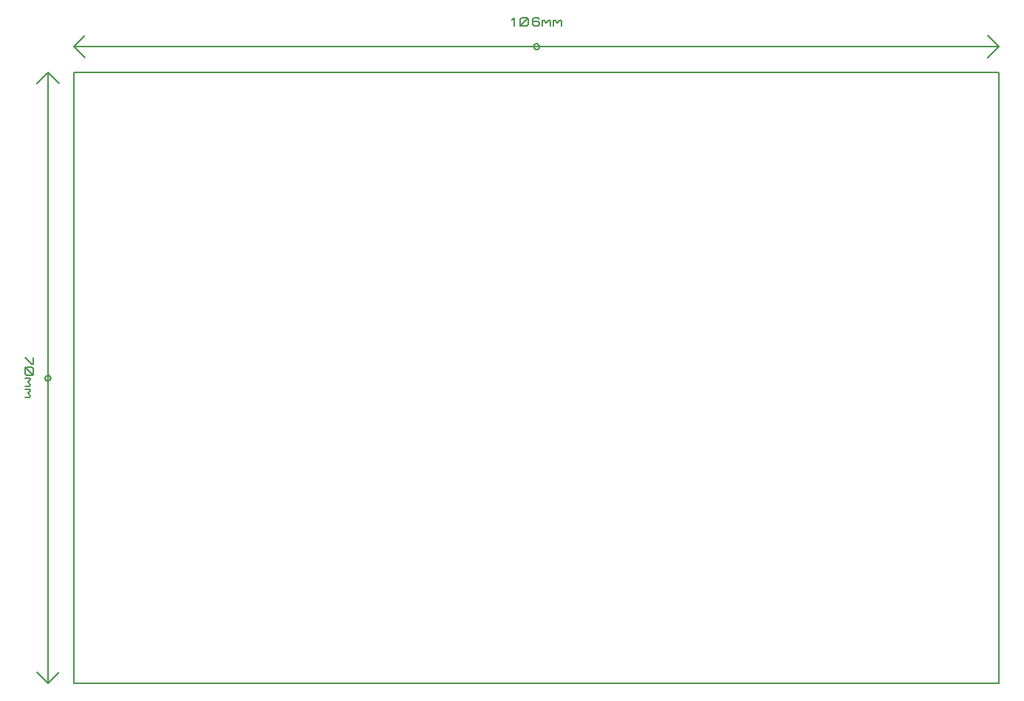
<source format=gbr>
G04 PROTEUS RS274X GERBER FILE*
%FSLAX45Y45*%
%MOMM*%
G01*
%ADD71C,0.203200*%
D71*
X-5200000Y-3100000D02*
X+5400000Y-3100000D01*
X+5400000Y+3900000D01*
X-5200000Y+3900000D01*
X-5200000Y-3100000D01*
X-5500000Y+3900000D02*
X-5500000Y-3100000D01*
X-5500000Y+3900000D02*
X-5627000Y+3773000D01*
X-5500000Y+3900000D02*
X-5373000Y+3773000D01*
X-5500000Y-3100000D02*
X-5373000Y-2973000D01*
X-5500000Y-3100000D02*
X-5627000Y-2973000D01*
X-5468250Y+400000D02*
X-5468359Y+402634D01*
X-5469249Y+407903D01*
X-5471111Y+413172D01*
X-5474154Y+418441D01*
X-5478809Y+423643D01*
X-5484078Y+427469D01*
X-5489347Y+429909D01*
X-5494616Y+431290D01*
X-5499885Y+431750D01*
X-5500000Y+431750D01*
X-5531750Y+400000D02*
X-5531641Y+402634D01*
X-5530751Y+407903D01*
X-5528889Y+413172D01*
X-5525846Y+418441D01*
X-5521191Y+423643D01*
X-5515922Y+427469D01*
X-5510653Y+429909D01*
X-5505384Y+431290D01*
X-5500115Y+431750D01*
X-5500000Y+431750D01*
X-5531750Y+400000D02*
X-5531641Y+397366D01*
X-5530751Y+392097D01*
X-5528889Y+386828D01*
X-5525846Y+381559D01*
X-5521191Y+376357D01*
X-5515922Y+372531D01*
X-5510653Y+370091D01*
X-5505384Y+368710D01*
X-5500115Y+368250D01*
X-5500000Y+368250D01*
X-5468250Y+400000D02*
X-5468359Y+397366D01*
X-5469249Y+392097D01*
X-5471111Y+386828D01*
X-5474154Y+381559D01*
X-5478809Y+376357D01*
X-5484078Y+372531D01*
X-5489347Y+370091D01*
X-5494616Y+368710D01*
X-5499885Y+368250D01*
X-5500000Y+368250D01*
X-5667920Y+638125D02*
X-5667920Y+558750D01*
X-5683160Y+558750D01*
X-5759360Y+638125D01*
X-5744120Y+527000D02*
X-5683160Y+527000D01*
X-5667920Y+511125D01*
X-5667920Y+447625D01*
X-5683160Y+431750D01*
X-5744120Y+431750D01*
X-5759360Y+447625D01*
X-5759360Y+511125D01*
X-5744120Y+527000D01*
X-5759360Y+527000D02*
X-5667920Y+431750D01*
X-5759360Y+400000D02*
X-5698400Y+400000D01*
X-5713640Y+400000D02*
X-5698400Y+384125D01*
X-5728880Y+352375D01*
X-5698400Y+320625D01*
X-5713640Y+304750D01*
X-5759360Y+304750D01*
X-5759360Y+273000D02*
X-5698400Y+273000D01*
X-5713640Y+273000D02*
X-5698400Y+257125D01*
X-5728880Y+225375D01*
X-5698400Y+193625D01*
X-5713640Y+177750D01*
X-5759360Y+177750D01*
X-5200000Y+4200000D02*
X+5400000Y+4200000D01*
X-5200000Y+4200000D02*
X-5073000Y+4073000D01*
X-5200000Y+4200000D02*
X-5073000Y+4327000D01*
X+5400000Y+4200000D02*
X+5273000Y+4327000D01*
X+5400000Y+4200000D02*
X+5273000Y+4073000D01*
X+131750Y+4200000D02*
X+131641Y+4202634D01*
X+130751Y+4207903D01*
X+128889Y+4213172D01*
X+125846Y+4218441D01*
X+121191Y+4223643D01*
X+115922Y+4227469D01*
X+110653Y+4229909D01*
X+105384Y+4231290D01*
X+100115Y+4231750D01*
X+100000Y+4231750D01*
X+68250Y+4200000D02*
X+68359Y+4202634D01*
X+69249Y+4207903D01*
X+71111Y+4213172D01*
X+74154Y+4218441D01*
X+78809Y+4223643D01*
X+84078Y+4227469D01*
X+89347Y+4229909D01*
X+94616Y+4231290D01*
X+99885Y+4231750D01*
X+100000Y+4231750D01*
X+68250Y+4200000D02*
X+68359Y+4197366D01*
X+69249Y+4192097D01*
X+71111Y+4186828D01*
X+74154Y+4181559D01*
X+78809Y+4176357D01*
X+84078Y+4172531D01*
X+89347Y+4170091D01*
X+94616Y+4168710D01*
X+99885Y+4168250D01*
X+100000Y+4168250D01*
X+131750Y+4200000D02*
X+131641Y+4197366D01*
X+130751Y+4192097D01*
X+128889Y+4186828D01*
X+125846Y+4181559D01*
X+121191Y+4176357D01*
X+115922Y+4172531D01*
X+110653Y+4170091D01*
X+105384Y+4168710D01*
X+100115Y+4168250D01*
X+100000Y+4168250D01*
X-185750Y+4501600D02*
X-154000Y+4532080D01*
X-154000Y+4440640D01*
X-90500Y+4455880D02*
X-90500Y+4516840D01*
X-74625Y+4532080D01*
X-11125Y+4532080D01*
X+4750Y+4516840D01*
X+4750Y+4455880D01*
X-11125Y+4440640D01*
X-74625Y+4440640D01*
X-90500Y+4455880D01*
X-90500Y+4440640D02*
X+4750Y+4532080D01*
X+131750Y+4516840D02*
X+115875Y+4532080D01*
X+68250Y+4532080D01*
X+52375Y+4516840D01*
X+52375Y+4455880D01*
X+68250Y+4440640D01*
X+115875Y+4440640D01*
X+131750Y+4455880D01*
X+131750Y+4471120D01*
X+115875Y+4486360D01*
X+52375Y+4486360D01*
X+163500Y+4440640D02*
X+163500Y+4501600D01*
X+163500Y+4486360D02*
X+179375Y+4501600D01*
X+211125Y+4471120D01*
X+242875Y+4501600D01*
X+258750Y+4486360D01*
X+258750Y+4440640D01*
X+290500Y+4440640D02*
X+290500Y+4501600D01*
X+290500Y+4486360D02*
X+306375Y+4501600D01*
X+338125Y+4471120D01*
X+369875Y+4501600D01*
X+385750Y+4486360D01*
X+385750Y+4440640D01*
M02*

</source>
